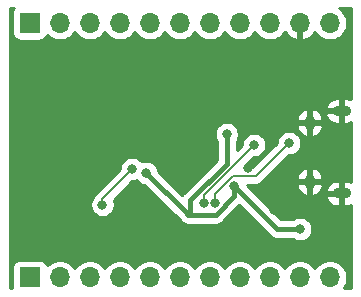
<source format=gbr>
%TF.GenerationSoftware,KiCad,Pcbnew,5.1.7-a382d34a8~87~ubuntu20.04.1*%
%TF.CreationDate,2020-11-25T21:12:42+01:00*%
%TF.ProjectId,gd32f150,67643332-6631-4353-902e-6b696361645f,rev?*%
%TF.SameCoordinates,Original*%
%TF.FileFunction,Copper,L2,Bot*%
%TF.FilePolarity,Positive*%
%FSLAX46Y46*%
G04 Gerber Fmt 4.6, Leading zero omitted, Abs format (unit mm)*
G04 Created by KiCad (PCBNEW 5.1.7-a382d34a8~87~ubuntu20.04.1) date 2020-11-25 21:12:42*
%MOMM*%
%LPD*%
G01*
G04 APERTURE LIST*
%TA.AperFunction,ComponentPad*%
%ADD10O,1.700000X1.700000*%
%TD*%
%TA.AperFunction,ComponentPad*%
%ADD11R,1.700000X1.700000*%
%TD*%
%TA.AperFunction,ComponentPad*%
%ADD12O,1.550000X0.890000*%
%TD*%
%TA.AperFunction,ComponentPad*%
%ADD13O,0.950000X1.250000*%
%TD*%
%TA.AperFunction,ViaPad*%
%ADD14C,0.800000*%
%TD*%
%TA.AperFunction,Conductor*%
%ADD15C,0.200000*%
%TD*%
%TA.AperFunction,Conductor*%
%ADD16C,0.400000*%
%TD*%
%TA.AperFunction,Conductor*%
%ADD17C,0.254000*%
%TD*%
%TA.AperFunction,Conductor*%
%ADD18C,0.100000*%
%TD*%
G04 APERTURE END LIST*
D10*
%TO.P,J4,11*%
%TO.N,+5V*%
X168725000Y-84350000D03*
%TO.P,J4,10*%
%TO.N,GND*%
X166185000Y-84350000D03*
%TO.P,J4,9*%
%TO.N,/SWD*%
X163645000Y-84350000D03*
%TO.P,J4,8*%
%TO.N,/SWCLK*%
X161105000Y-84350000D03*
%TO.P,J4,7*%
%TO.N,/CS*%
X158565000Y-84350000D03*
%TO.P,J4,6*%
%TO.N,/SCK*%
X156025000Y-84350000D03*
%TO.P,J4,5*%
%TO.N,/MISO*%
X153485000Y-84350000D03*
%TO.P,J4,4*%
%TO.N,/MOSI*%
X150945000Y-84350000D03*
%TO.P,J4,3*%
%TO.N,/SPI_GPIO1*%
X148405000Y-84350000D03*
%TO.P,J4,2*%
%TO.N,/SPI_GPIO2*%
X145865000Y-84350000D03*
D11*
%TO.P,J4,1*%
%TO.N,/BOOT*%
X143325000Y-84350000D03*
%TD*%
D10*
%TO.P,J3,11*%
%TO.N,/SDA*%
X168725000Y-105900000D03*
%TO.P,J3,10*%
%TO.N,/SCL*%
X166185000Y-105900000D03*
%TO.P,J3,9*%
%TO.N,/SPI_GPIO4*%
X163645000Y-105900000D03*
%TO.P,J3,8*%
%TO.N,/SPI_GPIO3*%
X161105000Y-105900000D03*
%TO.P,J3,7*%
%TO.N,/I2C_GPIO2*%
X158565000Y-105900000D03*
%TO.P,J3,6*%
%TO.N,/I2C_GPIO1*%
X156025000Y-105900000D03*
%TO.P,J3,5*%
%TO.N,/UART_RX*%
X153485000Y-105900000D03*
%TO.P,J3,4*%
%TO.N,/UART_TX*%
X150945000Y-105900000D03*
%TO.P,J3,3*%
%TO.N,/UART_RTS*%
X148405000Y-105900000D03*
%TO.P,J3,2*%
%TO.N,/UART_CTS*%
X145865000Y-105900000D03*
D11*
%TO.P,J3,1*%
%TO.N,/NRST*%
X143325000Y-105900000D03*
%TD*%
D12*
%TO.P,J1,6*%
%TO.N,GND*%
X169727400Y-91790320D03*
X169727400Y-98790320D03*
D13*
X167027400Y-92790320D03*
X167027400Y-97790320D03*
%TD*%
D14*
%TO.N,GND*%
X157475000Y-96925000D03*
X156150000Y-96875000D03*
X157425000Y-95650000D03*
X156100000Y-95675000D03*
%TO.N,+3V3*%
X166225000Y-101800000D03*
%TO.N,GND*%
X161775000Y-96675000D03*
X163975000Y-100150000D03*
X160675000Y-102700000D03*
X149925000Y-90050000D03*
X146175000Y-95800000D03*
X147525000Y-96950000D03*
X147500000Y-98475000D03*
X164700000Y-87200000D03*
X163075000Y-87175000D03*
X161325000Y-87250000D03*
X144650000Y-94250000D03*
X169700000Y-101450000D03*
%TO.N,/NRST*%
X149475000Y-99750000D03*
X152000000Y-96725000D03*
%TO.N,+3V3*%
X160000000Y-93775000D03*
X160625000Y-98175000D03*
X153187500Y-97037500D03*
%TO.N,/USR1*%
X159025663Y-99575669D03*
X165275000Y-94525000D03*
%TO.N,/USR2*%
X158075741Y-99562571D03*
X162325000Y-94700000D03*
%TD*%
D15*
%TO.N,GND*%
X163774998Y-94675002D02*
X163774998Y-94337998D01*
X161775000Y-96675000D02*
X163774998Y-94675002D01*
X163774998Y-94337998D02*
X165322676Y-92790320D01*
X165322676Y-92790320D02*
X167027400Y-92790320D01*
D16*
%TO.N,+3V3*%
X164250000Y-101800000D02*
X160625000Y-98175000D01*
X166225000Y-101800000D02*
X164250000Y-101800000D01*
X156425007Y-100275007D02*
X153187500Y-97037500D01*
D15*
X156425007Y-100275007D02*
X156924993Y-100275007D01*
D16*
X160000000Y-96300000D02*
X160000000Y-93775000D01*
X156925000Y-99375000D02*
X160000000Y-96300000D01*
X156925000Y-100275000D02*
X156925000Y-99375000D01*
X156924993Y-100275007D02*
X156925000Y-100275000D01*
X156750000Y-100600000D02*
X156425007Y-100275007D01*
X160625000Y-99037008D02*
X159062008Y-100600000D01*
X160625000Y-98175000D02*
X160625000Y-99037008D01*
X159062008Y-100600000D02*
X156750000Y-100600000D01*
D15*
%TO.N,/NRST*%
X149475000Y-99250000D02*
X149475000Y-99750000D01*
X152000000Y-96725000D02*
X149475000Y-99250000D01*
%TO.N,/USR1*%
X159025663Y-98824337D02*
X160524999Y-97325001D01*
X159025663Y-99575669D02*
X159025663Y-98824337D01*
X162474999Y-97325001D02*
X165275000Y-94525000D01*
X160524999Y-97325001D02*
X162474999Y-97325001D01*
%TO.N,/USR2*%
X158075741Y-99562571D02*
X158075741Y-98949259D01*
X158075741Y-98949259D02*
X162325000Y-94700000D01*
%TD*%
D17*
%TO.N,GND*%
X141944463Y-83145506D02*
X141885498Y-83255820D01*
X141849188Y-83375518D01*
X141836928Y-83500000D01*
X141836928Y-85200000D01*
X141849188Y-85324482D01*
X141885498Y-85444180D01*
X141944463Y-85554494D01*
X142023815Y-85651185D01*
X142120506Y-85730537D01*
X142230820Y-85789502D01*
X142350518Y-85825812D01*
X142475000Y-85838072D01*
X144175000Y-85838072D01*
X144299482Y-85825812D01*
X144419180Y-85789502D01*
X144529494Y-85730537D01*
X144626185Y-85651185D01*
X144705537Y-85554494D01*
X144764502Y-85444180D01*
X144786513Y-85371620D01*
X144918368Y-85503475D01*
X145161589Y-85665990D01*
X145431842Y-85777932D01*
X145718740Y-85835000D01*
X146011260Y-85835000D01*
X146298158Y-85777932D01*
X146568411Y-85665990D01*
X146811632Y-85503475D01*
X147018475Y-85296632D01*
X147135000Y-85122240D01*
X147251525Y-85296632D01*
X147458368Y-85503475D01*
X147701589Y-85665990D01*
X147971842Y-85777932D01*
X148258740Y-85835000D01*
X148551260Y-85835000D01*
X148838158Y-85777932D01*
X149108411Y-85665990D01*
X149351632Y-85503475D01*
X149558475Y-85296632D01*
X149675000Y-85122240D01*
X149791525Y-85296632D01*
X149998368Y-85503475D01*
X150241589Y-85665990D01*
X150511842Y-85777932D01*
X150798740Y-85835000D01*
X151091260Y-85835000D01*
X151378158Y-85777932D01*
X151648411Y-85665990D01*
X151891632Y-85503475D01*
X152098475Y-85296632D01*
X152215000Y-85122240D01*
X152331525Y-85296632D01*
X152538368Y-85503475D01*
X152781589Y-85665990D01*
X153051842Y-85777932D01*
X153338740Y-85835000D01*
X153631260Y-85835000D01*
X153918158Y-85777932D01*
X154188411Y-85665990D01*
X154431632Y-85503475D01*
X154638475Y-85296632D01*
X154755000Y-85122240D01*
X154871525Y-85296632D01*
X155078368Y-85503475D01*
X155321589Y-85665990D01*
X155591842Y-85777932D01*
X155878740Y-85835000D01*
X156171260Y-85835000D01*
X156458158Y-85777932D01*
X156728411Y-85665990D01*
X156971632Y-85503475D01*
X157178475Y-85296632D01*
X157295000Y-85122240D01*
X157411525Y-85296632D01*
X157618368Y-85503475D01*
X157861589Y-85665990D01*
X158131842Y-85777932D01*
X158418740Y-85835000D01*
X158711260Y-85835000D01*
X158998158Y-85777932D01*
X159268411Y-85665990D01*
X159511632Y-85503475D01*
X159718475Y-85296632D01*
X159835000Y-85122240D01*
X159951525Y-85296632D01*
X160158368Y-85503475D01*
X160401589Y-85665990D01*
X160671842Y-85777932D01*
X160958740Y-85835000D01*
X161251260Y-85835000D01*
X161538158Y-85777932D01*
X161808411Y-85665990D01*
X162051632Y-85503475D01*
X162258475Y-85296632D01*
X162375000Y-85122240D01*
X162491525Y-85296632D01*
X162698368Y-85503475D01*
X162941589Y-85665990D01*
X163211842Y-85777932D01*
X163498740Y-85835000D01*
X163791260Y-85835000D01*
X164078158Y-85777932D01*
X164348411Y-85665990D01*
X164591632Y-85503475D01*
X164798475Y-85296632D01*
X164920195Y-85114466D01*
X164989822Y-85231355D01*
X165184731Y-85447588D01*
X165418080Y-85621641D01*
X165680901Y-85746825D01*
X165828110Y-85791476D01*
X166058000Y-85670155D01*
X166058000Y-84477000D01*
X166038000Y-84477000D01*
X166038000Y-84223000D01*
X166058000Y-84223000D01*
X166058000Y-84203000D01*
X166312000Y-84203000D01*
X166312000Y-84223000D01*
X166332000Y-84223000D01*
X166332000Y-84477000D01*
X166312000Y-84477000D01*
X166312000Y-85670155D01*
X166541890Y-85791476D01*
X166689099Y-85746825D01*
X166951920Y-85621641D01*
X167185269Y-85447588D01*
X167380178Y-85231355D01*
X167449805Y-85114466D01*
X167571525Y-85296632D01*
X167778368Y-85503475D01*
X168021589Y-85665990D01*
X168291842Y-85777932D01*
X168578740Y-85835000D01*
X168871260Y-85835000D01*
X169158158Y-85777932D01*
X169428411Y-85665990D01*
X169671632Y-85503475D01*
X169878475Y-85296632D01*
X170040990Y-85053411D01*
X170152932Y-84783158D01*
X170210000Y-84496260D01*
X170210000Y-84203740D01*
X170152932Y-83916842D01*
X170040990Y-83646589D01*
X169878475Y-83403368D01*
X169671632Y-83196525D01*
X169528339Y-83100780D01*
X170553647Y-83100780D01*
X170552080Y-90825437D01*
X170392657Y-90755848D01*
X170184400Y-90710320D01*
X169854400Y-90710320D01*
X169854400Y-91663320D01*
X169874400Y-91663320D01*
X169874400Y-91917320D01*
X169854400Y-91917320D01*
X169854400Y-92870320D01*
X170184400Y-92870320D01*
X170392657Y-92824792D01*
X170551688Y-92755374D01*
X170550660Y-97824817D01*
X170392657Y-97755848D01*
X170184400Y-97710320D01*
X169854400Y-97710320D01*
X169854400Y-98663320D01*
X169874400Y-98663320D01*
X169874400Y-98917320D01*
X169854400Y-98917320D01*
X169854400Y-99870320D01*
X170184400Y-99870320D01*
X170392657Y-99824792D01*
X170550269Y-99755994D01*
X170548834Y-106827720D01*
X169891112Y-106827720D01*
X170040990Y-106603411D01*
X170152932Y-106333158D01*
X170210000Y-106046260D01*
X170210000Y-105753740D01*
X170152932Y-105466842D01*
X170040990Y-105196589D01*
X169878475Y-104953368D01*
X169671632Y-104746525D01*
X169428411Y-104584010D01*
X169158158Y-104472068D01*
X168871260Y-104415000D01*
X168578740Y-104415000D01*
X168291842Y-104472068D01*
X168021589Y-104584010D01*
X167778368Y-104746525D01*
X167571525Y-104953368D01*
X167455000Y-105127760D01*
X167338475Y-104953368D01*
X167131632Y-104746525D01*
X166888411Y-104584010D01*
X166618158Y-104472068D01*
X166331260Y-104415000D01*
X166038740Y-104415000D01*
X165751842Y-104472068D01*
X165481589Y-104584010D01*
X165238368Y-104746525D01*
X165031525Y-104953368D01*
X164915000Y-105127760D01*
X164798475Y-104953368D01*
X164591632Y-104746525D01*
X164348411Y-104584010D01*
X164078158Y-104472068D01*
X163791260Y-104415000D01*
X163498740Y-104415000D01*
X163211842Y-104472068D01*
X162941589Y-104584010D01*
X162698368Y-104746525D01*
X162491525Y-104953368D01*
X162375000Y-105127760D01*
X162258475Y-104953368D01*
X162051632Y-104746525D01*
X161808411Y-104584010D01*
X161538158Y-104472068D01*
X161251260Y-104415000D01*
X160958740Y-104415000D01*
X160671842Y-104472068D01*
X160401589Y-104584010D01*
X160158368Y-104746525D01*
X159951525Y-104953368D01*
X159835000Y-105127760D01*
X159718475Y-104953368D01*
X159511632Y-104746525D01*
X159268411Y-104584010D01*
X158998158Y-104472068D01*
X158711260Y-104415000D01*
X158418740Y-104415000D01*
X158131842Y-104472068D01*
X157861589Y-104584010D01*
X157618368Y-104746525D01*
X157411525Y-104953368D01*
X157295000Y-105127760D01*
X157178475Y-104953368D01*
X156971632Y-104746525D01*
X156728411Y-104584010D01*
X156458158Y-104472068D01*
X156171260Y-104415000D01*
X155878740Y-104415000D01*
X155591842Y-104472068D01*
X155321589Y-104584010D01*
X155078368Y-104746525D01*
X154871525Y-104953368D01*
X154755000Y-105127760D01*
X154638475Y-104953368D01*
X154431632Y-104746525D01*
X154188411Y-104584010D01*
X153918158Y-104472068D01*
X153631260Y-104415000D01*
X153338740Y-104415000D01*
X153051842Y-104472068D01*
X152781589Y-104584010D01*
X152538368Y-104746525D01*
X152331525Y-104953368D01*
X152215000Y-105127760D01*
X152098475Y-104953368D01*
X151891632Y-104746525D01*
X151648411Y-104584010D01*
X151378158Y-104472068D01*
X151091260Y-104415000D01*
X150798740Y-104415000D01*
X150511842Y-104472068D01*
X150241589Y-104584010D01*
X149998368Y-104746525D01*
X149791525Y-104953368D01*
X149675000Y-105127760D01*
X149558475Y-104953368D01*
X149351632Y-104746525D01*
X149108411Y-104584010D01*
X148838158Y-104472068D01*
X148551260Y-104415000D01*
X148258740Y-104415000D01*
X147971842Y-104472068D01*
X147701589Y-104584010D01*
X147458368Y-104746525D01*
X147251525Y-104953368D01*
X147135000Y-105127760D01*
X147018475Y-104953368D01*
X146811632Y-104746525D01*
X146568411Y-104584010D01*
X146298158Y-104472068D01*
X146011260Y-104415000D01*
X145718740Y-104415000D01*
X145431842Y-104472068D01*
X145161589Y-104584010D01*
X144918368Y-104746525D01*
X144786513Y-104878380D01*
X144764502Y-104805820D01*
X144705537Y-104695506D01*
X144626185Y-104598815D01*
X144529494Y-104519463D01*
X144419180Y-104460498D01*
X144299482Y-104424188D01*
X144175000Y-104411928D01*
X142475000Y-104411928D01*
X142350518Y-104424188D01*
X142230820Y-104460498D01*
X142120506Y-104519463D01*
X142023815Y-104598815D01*
X141944463Y-104695506D01*
X141885498Y-104805820D01*
X141849188Y-104925518D01*
X141836928Y-105050000D01*
X141836928Y-106750000D01*
X141844582Y-106827720D01*
X141660000Y-106827720D01*
X141660000Y-99648061D01*
X148440000Y-99648061D01*
X148440000Y-99851939D01*
X148479774Y-100051898D01*
X148557795Y-100240256D01*
X148671063Y-100409774D01*
X148815226Y-100553937D01*
X148984744Y-100667205D01*
X149173102Y-100745226D01*
X149373061Y-100785000D01*
X149576939Y-100785000D01*
X149776898Y-100745226D01*
X149965256Y-100667205D01*
X150134774Y-100553937D01*
X150278937Y-100409774D01*
X150392205Y-100240256D01*
X150470226Y-100051898D01*
X150510000Y-99851939D01*
X150510000Y-99648061D01*
X150470226Y-99448102D01*
X150425155Y-99339291D01*
X152004447Y-97760000D01*
X152101939Y-97760000D01*
X152301898Y-97720226D01*
X152377872Y-97688756D01*
X152383563Y-97697274D01*
X152527726Y-97841437D01*
X152697244Y-97954705D01*
X152885602Y-98032726D01*
X153030725Y-98061593D01*
X155863577Y-100894445D01*
X155863582Y-100894449D01*
X156130558Y-101161426D01*
X156156709Y-101193291D01*
X156283854Y-101297636D01*
X156428913Y-101375172D01*
X156586311Y-101422918D01*
X156708981Y-101435000D01*
X156708982Y-101435000D01*
X156750000Y-101439040D01*
X156791018Y-101435000D01*
X159020990Y-101435000D01*
X159062008Y-101439040D01*
X159103026Y-101435000D01*
X159103027Y-101435000D01*
X159225697Y-101422918D01*
X159383095Y-101375172D01*
X159528154Y-101297636D01*
X159655299Y-101193291D01*
X159681454Y-101161421D01*
X161056004Y-99786872D01*
X163630559Y-102361427D01*
X163656709Y-102393291D01*
X163737719Y-102459774D01*
X163783854Y-102497636D01*
X163928913Y-102575172D01*
X164086311Y-102622918D01*
X164249999Y-102639040D01*
X164291018Y-102635000D01*
X165611715Y-102635000D01*
X165734744Y-102717205D01*
X165923102Y-102795226D01*
X166123061Y-102835000D01*
X166326939Y-102835000D01*
X166526898Y-102795226D01*
X166715256Y-102717205D01*
X166884774Y-102603937D01*
X167028937Y-102459774D01*
X167142205Y-102290256D01*
X167220226Y-102101898D01*
X167260000Y-101901939D01*
X167260000Y-101698061D01*
X167220226Y-101498102D01*
X167142205Y-101309744D01*
X167028937Y-101140226D01*
X166884774Y-100996063D01*
X166715256Y-100882795D01*
X166526898Y-100804774D01*
X166326939Y-100765000D01*
X166123061Y-100765000D01*
X165923102Y-100804774D01*
X165734744Y-100882795D01*
X165611715Y-100965000D01*
X164595868Y-100965000D01*
X162714401Y-99083533D01*
X168357965Y-99083533D01*
X168428854Y-99284740D01*
X168543921Y-99464194D01*
X168691787Y-99617751D01*
X168866769Y-99739510D01*
X169062143Y-99824792D01*
X169270400Y-99870320D01*
X169600400Y-99870320D01*
X169600400Y-98917320D01*
X168484946Y-98917320D01*
X168357965Y-99083533D01*
X162714401Y-99083533D01*
X161722319Y-98091451D01*
X165926170Y-98091451D01*
X165976814Y-98303386D01*
X166067831Y-98501369D01*
X166195724Y-98677791D01*
X166355578Y-98825873D01*
X166541250Y-98939923D01*
X166729462Y-99009588D01*
X166900400Y-98883054D01*
X166900400Y-97917320D01*
X167154400Y-97917320D01*
X167154400Y-98883054D01*
X167325338Y-99009588D01*
X167513550Y-98939923D01*
X167699222Y-98825873D01*
X167859076Y-98677791D01*
X167986969Y-98501369D01*
X167988928Y-98497107D01*
X168357965Y-98497107D01*
X168484946Y-98663320D01*
X169600400Y-98663320D01*
X169600400Y-97710320D01*
X169270400Y-97710320D01*
X169062143Y-97755848D01*
X168866769Y-97841130D01*
X168691787Y-97962889D01*
X168543921Y-98116446D01*
X168428854Y-98295900D01*
X168357965Y-98497107D01*
X167988928Y-98497107D01*
X168077986Y-98303386D01*
X168128630Y-98091451D01*
X167979964Y-97917320D01*
X167154400Y-97917320D01*
X166900400Y-97917320D01*
X166074836Y-97917320D01*
X165926170Y-98091451D01*
X161722319Y-98091451D01*
X161690868Y-98060001D01*
X162438894Y-98060001D01*
X162474999Y-98063557D01*
X162511104Y-98060001D01*
X162619084Y-98049366D01*
X162757632Y-98007338D01*
X162885319Y-97939088D01*
X162997237Y-97847239D01*
X163020258Y-97819188D01*
X163350257Y-97489189D01*
X165926170Y-97489189D01*
X166074836Y-97663320D01*
X166900400Y-97663320D01*
X166900400Y-96697586D01*
X167154400Y-96697586D01*
X167154400Y-97663320D01*
X167979964Y-97663320D01*
X168128630Y-97489189D01*
X168077986Y-97277254D01*
X167986969Y-97079271D01*
X167859076Y-96902849D01*
X167699222Y-96754767D01*
X167513550Y-96640717D01*
X167325338Y-96571052D01*
X167154400Y-96697586D01*
X166900400Y-96697586D01*
X166729462Y-96571052D01*
X166541250Y-96640717D01*
X166355578Y-96754767D01*
X166195724Y-96902849D01*
X166067831Y-97079271D01*
X165976814Y-97277254D01*
X165926170Y-97489189D01*
X163350257Y-97489189D01*
X165279447Y-95560000D01*
X165376939Y-95560000D01*
X165576898Y-95520226D01*
X165765256Y-95442205D01*
X165934774Y-95328937D01*
X166078937Y-95184774D01*
X166192205Y-95015256D01*
X166270226Y-94826898D01*
X166310000Y-94626939D01*
X166310000Y-94423061D01*
X166270226Y-94223102D01*
X166192205Y-94034744D01*
X166078937Y-93865226D01*
X165934774Y-93721063D01*
X165765256Y-93607795D01*
X165576898Y-93529774D01*
X165376939Y-93490000D01*
X165173061Y-93490000D01*
X164973102Y-93529774D01*
X164784744Y-93607795D01*
X164615226Y-93721063D01*
X164471063Y-93865226D01*
X164357795Y-94034744D01*
X164279774Y-94223102D01*
X164240000Y-94423061D01*
X164240000Y-94520553D01*
X162170553Y-96590001D01*
X161474446Y-96590001D01*
X162329447Y-95735000D01*
X162426939Y-95735000D01*
X162626898Y-95695226D01*
X162815256Y-95617205D01*
X162984774Y-95503937D01*
X163128937Y-95359774D01*
X163242205Y-95190256D01*
X163320226Y-95001898D01*
X163360000Y-94801939D01*
X163360000Y-94598061D01*
X163320226Y-94398102D01*
X163242205Y-94209744D01*
X163128937Y-94040226D01*
X162984774Y-93896063D01*
X162815256Y-93782795D01*
X162626898Y-93704774D01*
X162426939Y-93665000D01*
X162223061Y-93665000D01*
X162023102Y-93704774D01*
X161834744Y-93782795D01*
X161665226Y-93896063D01*
X161521063Y-94040226D01*
X161407795Y-94209744D01*
X161329774Y-94398102D01*
X161290000Y-94598061D01*
X161290000Y-94695553D01*
X160835000Y-95150553D01*
X160835000Y-94388285D01*
X160917205Y-94265256D01*
X160995226Y-94076898D01*
X161035000Y-93876939D01*
X161035000Y-93673061D01*
X160995226Y-93473102D01*
X160917205Y-93284744D01*
X160803937Y-93115226D01*
X160780162Y-93091451D01*
X165926170Y-93091451D01*
X165976814Y-93303386D01*
X166067831Y-93501369D01*
X166195724Y-93677791D01*
X166355578Y-93825873D01*
X166541250Y-93939923D01*
X166729462Y-94009588D01*
X166900400Y-93883054D01*
X166900400Y-92917320D01*
X167154400Y-92917320D01*
X167154400Y-93883054D01*
X167325338Y-94009588D01*
X167513550Y-93939923D01*
X167699222Y-93825873D01*
X167859076Y-93677791D01*
X167986969Y-93501369D01*
X168077986Y-93303386D01*
X168128630Y-93091451D01*
X167979964Y-92917320D01*
X167154400Y-92917320D01*
X166900400Y-92917320D01*
X166074836Y-92917320D01*
X165926170Y-93091451D01*
X160780162Y-93091451D01*
X160659774Y-92971063D01*
X160490256Y-92857795D01*
X160301898Y-92779774D01*
X160101939Y-92740000D01*
X159898061Y-92740000D01*
X159698102Y-92779774D01*
X159509744Y-92857795D01*
X159340226Y-92971063D01*
X159196063Y-93115226D01*
X159082795Y-93284744D01*
X159004774Y-93473102D01*
X158965000Y-93673061D01*
X158965000Y-93876939D01*
X159004774Y-94076898D01*
X159082795Y-94265256D01*
X159165001Y-94388286D01*
X159165000Y-95954131D01*
X156363574Y-98755559D01*
X156331710Y-98781709D01*
X156295466Y-98825873D01*
X156232935Y-98902067D01*
X154211593Y-96880725D01*
X154182726Y-96735602D01*
X154104705Y-96547244D01*
X153991437Y-96377726D01*
X153847274Y-96233563D01*
X153677756Y-96120295D01*
X153489398Y-96042274D01*
X153289439Y-96002500D01*
X153085561Y-96002500D01*
X152885602Y-96042274D01*
X152809628Y-96073744D01*
X152803937Y-96065226D01*
X152659774Y-95921063D01*
X152490256Y-95807795D01*
X152301898Y-95729774D01*
X152101939Y-95690000D01*
X151898061Y-95690000D01*
X151698102Y-95729774D01*
X151509744Y-95807795D01*
X151340226Y-95921063D01*
X151196063Y-96065226D01*
X151082795Y-96234744D01*
X151004774Y-96423102D01*
X150965000Y-96623061D01*
X150965000Y-96720553D01*
X148980808Y-98704746D01*
X148952762Y-98727763D01*
X148860913Y-98839681D01*
X148792663Y-98967368D01*
X148792115Y-98969174D01*
X148671063Y-99090226D01*
X148557795Y-99259744D01*
X148479774Y-99448102D01*
X148440000Y-99648061D01*
X141660000Y-99648061D01*
X141660000Y-92489189D01*
X165926170Y-92489189D01*
X166074836Y-92663320D01*
X166900400Y-92663320D01*
X166900400Y-91697586D01*
X167154400Y-91697586D01*
X167154400Y-92663320D01*
X167979964Y-92663320D01*
X168128630Y-92489189D01*
X168077986Y-92277254D01*
X167988929Y-92083533D01*
X168357965Y-92083533D01*
X168428854Y-92284740D01*
X168543921Y-92464194D01*
X168691787Y-92617751D01*
X168866769Y-92739510D01*
X169062143Y-92824792D01*
X169270400Y-92870320D01*
X169600400Y-92870320D01*
X169600400Y-91917320D01*
X168484946Y-91917320D01*
X168357965Y-92083533D01*
X167988929Y-92083533D01*
X167986969Y-92079271D01*
X167859076Y-91902849D01*
X167699222Y-91754767D01*
X167513550Y-91640717D01*
X167325338Y-91571052D01*
X167154400Y-91697586D01*
X166900400Y-91697586D01*
X166729462Y-91571052D01*
X166541250Y-91640717D01*
X166355578Y-91754767D01*
X166195724Y-91902849D01*
X166067831Y-92079271D01*
X165976814Y-92277254D01*
X165926170Y-92489189D01*
X141660000Y-92489189D01*
X141660000Y-91497107D01*
X168357965Y-91497107D01*
X168484946Y-91663320D01*
X169600400Y-91663320D01*
X169600400Y-90710320D01*
X169270400Y-90710320D01*
X169062143Y-90755848D01*
X168866769Y-90841130D01*
X168691787Y-90962889D01*
X168543921Y-91116446D01*
X168428854Y-91295900D01*
X168357965Y-91497107D01*
X141660000Y-91497107D01*
X141660000Y-83100780D01*
X141981169Y-83100780D01*
X141944463Y-83145506D01*
%TA.AperFunction,Conductor*%
D18*
G36*
X141944463Y-83145506D02*
G01*
X141885498Y-83255820D01*
X141849188Y-83375518D01*
X141836928Y-83500000D01*
X141836928Y-85200000D01*
X141849188Y-85324482D01*
X141885498Y-85444180D01*
X141944463Y-85554494D01*
X142023815Y-85651185D01*
X142120506Y-85730537D01*
X142230820Y-85789502D01*
X142350518Y-85825812D01*
X142475000Y-85838072D01*
X144175000Y-85838072D01*
X144299482Y-85825812D01*
X144419180Y-85789502D01*
X144529494Y-85730537D01*
X144626185Y-85651185D01*
X144705537Y-85554494D01*
X144764502Y-85444180D01*
X144786513Y-85371620D01*
X144918368Y-85503475D01*
X145161589Y-85665990D01*
X145431842Y-85777932D01*
X145718740Y-85835000D01*
X146011260Y-85835000D01*
X146298158Y-85777932D01*
X146568411Y-85665990D01*
X146811632Y-85503475D01*
X147018475Y-85296632D01*
X147135000Y-85122240D01*
X147251525Y-85296632D01*
X147458368Y-85503475D01*
X147701589Y-85665990D01*
X147971842Y-85777932D01*
X148258740Y-85835000D01*
X148551260Y-85835000D01*
X148838158Y-85777932D01*
X149108411Y-85665990D01*
X149351632Y-85503475D01*
X149558475Y-85296632D01*
X149675000Y-85122240D01*
X149791525Y-85296632D01*
X149998368Y-85503475D01*
X150241589Y-85665990D01*
X150511842Y-85777932D01*
X150798740Y-85835000D01*
X151091260Y-85835000D01*
X151378158Y-85777932D01*
X151648411Y-85665990D01*
X151891632Y-85503475D01*
X152098475Y-85296632D01*
X152215000Y-85122240D01*
X152331525Y-85296632D01*
X152538368Y-85503475D01*
X152781589Y-85665990D01*
X153051842Y-85777932D01*
X153338740Y-85835000D01*
X153631260Y-85835000D01*
X153918158Y-85777932D01*
X154188411Y-85665990D01*
X154431632Y-85503475D01*
X154638475Y-85296632D01*
X154755000Y-85122240D01*
X154871525Y-85296632D01*
X155078368Y-85503475D01*
X155321589Y-85665990D01*
X155591842Y-85777932D01*
X155878740Y-85835000D01*
X156171260Y-85835000D01*
X156458158Y-85777932D01*
X156728411Y-85665990D01*
X156971632Y-85503475D01*
X157178475Y-85296632D01*
X157295000Y-85122240D01*
X157411525Y-85296632D01*
X157618368Y-85503475D01*
X157861589Y-85665990D01*
X158131842Y-85777932D01*
X158418740Y-85835000D01*
X158711260Y-85835000D01*
X158998158Y-85777932D01*
X159268411Y-85665990D01*
X159511632Y-85503475D01*
X159718475Y-85296632D01*
X159835000Y-85122240D01*
X159951525Y-85296632D01*
X160158368Y-85503475D01*
X160401589Y-85665990D01*
X160671842Y-85777932D01*
X160958740Y-85835000D01*
X161251260Y-85835000D01*
X161538158Y-85777932D01*
X161808411Y-85665990D01*
X162051632Y-85503475D01*
X162258475Y-85296632D01*
X162375000Y-85122240D01*
X162491525Y-85296632D01*
X162698368Y-85503475D01*
X162941589Y-85665990D01*
X163211842Y-85777932D01*
X163498740Y-85835000D01*
X163791260Y-85835000D01*
X164078158Y-85777932D01*
X164348411Y-85665990D01*
X164591632Y-85503475D01*
X164798475Y-85296632D01*
X164920195Y-85114466D01*
X164989822Y-85231355D01*
X165184731Y-85447588D01*
X165418080Y-85621641D01*
X165680901Y-85746825D01*
X165828110Y-85791476D01*
X166058000Y-85670155D01*
X166058000Y-84477000D01*
X166038000Y-84477000D01*
X166038000Y-84223000D01*
X166058000Y-84223000D01*
X166058000Y-84203000D01*
X166312000Y-84203000D01*
X166312000Y-84223000D01*
X166332000Y-84223000D01*
X166332000Y-84477000D01*
X166312000Y-84477000D01*
X166312000Y-85670155D01*
X166541890Y-85791476D01*
X166689099Y-85746825D01*
X166951920Y-85621641D01*
X167185269Y-85447588D01*
X167380178Y-85231355D01*
X167449805Y-85114466D01*
X167571525Y-85296632D01*
X167778368Y-85503475D01*
X168021589Y-85665990D01*
X168291842Y-85777932D01*
X168578740Y-85835000D01*
X168871260Y-85835000D01*
X169158158Y-85777932D01*
X169428411Y-85665990D01*
X169671632Y-85503475D01*
X169878475Y-85296632D01*
X170040990Y-85053411D01*
X170152932Y-84783158D01*
X170210000Y-84496260D01*
X170210000Y-84203740D01*
X170152932Y-83916842D01*
X170040990Y-83646589D01*
X169878475Y-83403368D01*
X169671632Y-83196525D01*
X169528339Y-83100780D01*
X170553647Y-83100780D01*
X170552080Y-90825437D01*
X170392657Y-90755848D01*
X170184400Y-90710320D01*
X169854400Y-90710320D01*
X169854400Y-91663320D01*
X169874400Y-91663320D01*
X169874400Y-91917320D01*
X169854400Y-91917320D01*
X169854400Y-92870320D01*
X170184400Y-92870320D01*
X170392657Y-92824792D01*
X170551688Y-92755374D01*
X170550660Y-97824817D01*
X170392657Y-97755848D01*
X170184400Y-97710320D01*
X169854400Y-97710320D01*
X169854400Y-98663320D01*
X169874400Y-98663320D01*
X169874400Y-98917320D01*
X169854400Y-98917320D01*
X169854400Y-99870320D01*
X170184400Y-99870320D01*
X170392657Y-99824792D01*
X170550269Y-99755994D01*
X170548834Y-106827720D01*
X169891112Y-106827720D01*
X170040990Y-106603411D01*
X170152932Y-106333158D01*
X170210000Y-106046260D01*
X170210000Y-105753740D01*
X170152932Y-105466842D01*
X170040990Y-105196589D01*
X169878475Y-104953368D01*
X169671632Y-104746525D01*
X169428411Y-104584010D01*
X169158158Y-104472068D01*
X168871260Y-104415000D01*
X168578740Y-104415000D01*
X168291842Y-104472068D01*
X168021589Y-104584010D01*
X167778368Y-104746525D01*
X167571525Y-104953368D01*
X167455000Y-105127760D01*
X167338475Y-104953368D01*
X167131632Y-104746525D01*
X166888411Y-104584010D01*
X166618158Y-104472068D01*
X166331260Y-104415000D01*
X166038740Y-104415000D01*
X165751842Y-104472068D01*
X165481589Y-104584010D01*
X165238368Y-104746525D01*
X165031525Y-104953368D01*
X164915000Y-105127760D01*
X164798475Y-104953368D01*
X164591632Y-104746525D01*
X164348411Y-104584010D01*
X164078158Y-104472068D01*
X163791260Y-104415000D01*
X163498740Y-104415000D01*
X163211842Y-104472068D01*
X162941589Y-104584010D01*
X162698368Y-104746525D01*
X162491525Y-104953368D01*
X162375000Y-105127760D01*
X162258475Y-104953368D01*
X162051632Y-104746525D01*
X161808411Y-104584010D01*
X161538158Y-104472068D01*
X161251260Y-104415000D01*
X160958740Y-104415000D01*
X160671842Y-104472068D01*
X160401589Y-104584010D01*
X160158368Y-104746525D01*
X159951525Y-104953368D01*
X159835000Y-105127760D01*
X159718475Y-104953368D01*
X159511632Y-104746525D01*
X159268411Y-104584010D01*
X158998158Y-104472068D01*
X158711260Y-104415000D01*
X158418740Y-104415000D01*
X158131842Y-104472068D01*
X157861589Y-104584010D01*
X157618368Y-104746525D01*
X157411525Y-104953368D01*
X157295000Y-105127760D01*
X157178475Y-104953368D01*
X156971632Y-104746525D01*
X156728411Y-104584010D01*
X156458158Y-104472068D01*
X156171260Y-104415000D01*
X155878740Y-104415000D01*
X155591842Y-104472068D01*
X155321589Y-104584010D01*
X155078368Y-104746525D01*
X154871525Y-104953368D01*
X154755000Y-105127760D01*
X154638475Y-104953368D01*
X154431632Y-104746525D01*
X154188411Y-104584010D01*
X153918158Y-104472068D01*
X153631260Y-104415000D01*
X153338740Y-104415000D01*
X153051842Y-104472068D01*
X152781589Y-104584010D01*
X152538368Y-104746525D01*
X152331525Y-104953368D01*
X152215000Y-105127760D01*
X152098475Y-104953368D01*
X151891632Y-104746525D01*
X151648411Y-104584010D01*
X151378158Y-104472068D01*
X151091260Y-104415000D01*
X150798740Y-104415000D01*
X150511842Y-104472068D01*
X150241589Y-104584010D01*
X149998368Y-104746525D01*
X149791525Y-104953368D01*
X149675000Y-105127760D01*
X149558475Y-104953368D01*
X149351632Y-104746525D01*
X149108411Y-104584010D01*
X148838158Y-104472068D01*
X148551260Y-104415000D01*
X148258740Y-104415000D01*
X147971842Y-104472068D01*
X147701589Y-104584010D01*
X147458368Y-104746525D01*
X147251525Y-104953368D01*
X147135000Y-105127760D01*
X147018475Y-104953368D01*
X146811632Y-104746525D01*
X146568411Y-104584010D01*
X146298158Y-104472068D01*
X146011260Y-104415000D01*
X145718740Y-104415000D01*
X145431842Y-104472068D01*
X145161589Y-104584010D01*
X144918368Y-104746525D01*
X144786513Y-104878380D01*
X144764502Y-104805820D01*
X144705537Y-104695506D01*
X144626185Y-104598815D01*
X144529494Y-104519463D01*
X144419180Y-104460498D01*
X144299482Y-104424188D01*
X144175000Y-104411928D01*
X142475000Y-104411928D01*
X142350518Y-104424188D01*
X142230820Y-104460498D01*
X142120506Y-104519463D01*
X142023815Y-104598815D01*
X141944463Y-104695506D01*
X141885498Y-104805820D01*
X141849188Y-104925518D01*
X141836928Y-105050000D01*
X141836928Y-106750000D01*
X141844582Y-106827720D01*
X141660000Y-106827720D01*
X141660000Y-99648061D01*
X148440000Y-99648061D01*
X148440000Y-99851939D01*
X148479774Y-100051898D01*
X148557795Y-100240256D01*
X148671063Y-100409774D01*
X148815226Y-100553937D01*
X148984744Y-100667205D01*
X149173102Y-100745226D01*
X149373061Y-100785000D01*
X149576939Y-100785000D01*
X149776898Y-100745226D01*
X149965256Y-100667205D01*
X150134774Y-100553937D01*
X150278937Y-100409774D01*
X150392205Y-100240256D01*
X150470226Y-100051898D01*
X150510000Y-99851939D01*
X150510000Y-99648061D01*
X150470226Y-99448102D01*
X150425155Y-99339291D01*
X152004447Y-97760000D01*
X152101939Y-97760000D01*
X152301898Y-97720226D01*
X152377872Y-97688756D01*
X152383563Y-97697274D01*
X152527726Y-97841437D01*
X152697244Y-97954705D01*
X152885602Y-98032726D01*
X153030725Y-98061593D01*
X155863577Y-100894445D01*
X155863582Y-100894449D01*
X156130558Y-101161426D01*
X156156709Y-101193291D01*
X156283854Y-101297636D01*
X156428913Y-101375172D01*
X156586311Y-101422918D01*
X156708981Y-101435000D01*
X156708982Y-101435000D01*
X156750000Y-101439040D01*
X156791018Y-101435000D01*
X159020990Y-101435000D01*
X159062008Y-101439040D01*
X159103026Y-101435000D01*
X159103027Y-101435000D01*
X159225697Y-101422918D01*
X159383095Y-101375172D01*
X159528154Y-101297636D01*
X159655299Y-101193291D01*
X159681454Y-101161421D01*
X161056004Y-99786872D01*
X163630559Y-102361427D01*
X163656709Y-102393291D01*
X163737719Y-102459774D01*
X163783854Y-102497636D01*
X163928913Y-102575172D01*
X164086311Y-102622918D01*
X164249999Y-102639040D01*
X164291018Y-102635000D01*
X165611715Y-102635000D01*
X165734744Y-102717205D01*
X165923102Y-102795226D01*
X166123061Y-102835000D01*
X166326939Y-102835000D01*
X166526898Y-102795226D01*
X166715256Y-102717205D01*
X166884774Y-102603937D01*
X167028937Y-102459774D01*
X167142205Y-102290256D01*
X167220226Y-102101898D01*
X167260000Y-101901939D01*
X167260000Y-101698061D01*
X167220226Y-101498102D01*
X167142205Y-101309744D01*
X167028937Y-101140226D01*
X166884774Y-100996063D01*
X166715256Y-100882795D01*
X166526898Y-100804774D01*
X166326939Y-100765000D01*
X166123061Y-100765000D01*
X165923102Y-100804774D01*
X165734744Y-100882795D01*
X165611715Y-100965000D01*
X164595868Y-100965000D01*
X162714401Y-99083533D01*
X168357965Y-99083533D01*
X168428854Y-99284740D01*
X168543921Y-99464194D01*
X168691787Y-99617751D01*
X168866769Y-99739510D01*
X169062143Y-99824792D01*
X169270400Y-99870320D01*
X169600400Y-99870320D01*
X169600400Y-98917320D01*
X168484946Y-98917320D01*
X168357965Y-99083533D01*
X162714401Y-99083533D01*
X161722319Y-98091451D01*
X165926170Y-98091451D01*
X165976814Y-98303386D01*
X166067831Y-98501369D01*
X166195724Y-98677791D01*
X166355578Y-98825873D01*
X166541250Y-98939923D01*
X166729462Y-99009588D01*
X166900400Y-98883054D01*
X166900400Y-97917320D01*
X167154400Y-97917320D01*
X167154400Y-98883054D01*
X167325338Y-99009588D01*
X167513550Y-98939923D01*
X167699222Y-98825873D01*
X167859076Y-98677791D01*
X167986969Y-98501369D01*
X167988928Y-98497107D01*
X168357965Y-98497107D01*
X168484946Y-98663320D01*
X169600400Y-98663320D01*
X169600400Y-97710320D01*
X169270400Y-97710320D01*
X169062143Y-97755848D01*
X168866769Y-97841130D01*
X168691787Y-97962889D01*
X168543921Y-98116446D01*
X168428854Y-98295900D01*
X168357965Y-98497107D01*
X167988928Y-98497107D01*
X168077986Y-98303386D01*
X168128630Y-98091451D01*
X167979964Y-97917320D01*
X167154400Y-97917320D01*
X166900400Y-97917320D01*
X166074836Y-97917320D01*
X165926170Y-98091451D01*
X161722319Y-98091451D01*
X161690868Y-98060001D01*
X162438894Y-98060001D01*
X162474999Y-98063557D01*
X162511104Y-98060001D01*
X162619084Y-98049366D01*
X162757632Y-98007338D01*
X162885319Y-97939088D01*
X162997237Y-97847239D01*
X163020258Y-97819188D01*
X163350257Y-97489189D01*
X165926170Y-97489189D01*
X166074836Y-97663320D01*
X166900400Y-97663320D01*
X166900400Y-96697586D01*
X167154400Y-96697586D01*
X167154400Y-97663320D01*
X167979964Y-97663320D01*
X168128630Y-97489189D01*
X168077986Y-97277254D01*
X167986969Y-97079271D01*
X167859076Y-96902849D01*
X167699222Y-96754767D01*
X167513550Y-96640717D01*
X167325338Y-96571052D01*
X167154400Y-96697586D01*
X166900400Y-96697586D01*
X166729462Y-96571052D01*
X166541250Y-96640717D01*
X166355578Y-96754767D01*
X166195724Y-96902849D01*
X166067831Y-97079271D01*
X165976814Y-97277254D01*
X165926170Y-97489189D01*
X163350257Y-97489189D01*
X165279447Y-95560000D01*
X165376939Y-95560000D01*
X165576898Y-95520226D01*
X165765256Y-95442205D01*
X165934774Y-95328937D01*
X166078937Y-95184774D01*
X166192205Y-95015256D01*
X166270226Y-94826898D01*
X166310000Y-94626939D01*
X166310000Y-94423061D01*
X166270226Y-94223102D01*
X166192205Y-94034744D01*
X166078937Y-93865226D01*
X165934774Y-93721063D01*
X165765256Y-93607795D01*
X165576898Y-93529774D01*
X165376939Y-93490000D01*
X165173061Y-93490000D01*
X164973102Y-93529774D01*
X164784744Y-93607795D01*
X164615226Y-93721063D01*
X164471063Y-93865226D01*
X164357795Y-94034744D01*
X164279774Y-94223102D01*
X164240000Y-94423061D01*
X164240000Y-94520553D01*
X162170553Y-96590001D01*
X161474446Y-96590001D01*
X162329447Y-95735000D01*
X162426939Y-95735000D01*
X162626898Y-95695226D01*
X162815256Y-95617205D01*
X162984774Y-95503937D01*
X163128937Y-95359774D01*
X163242205Y-95190256D01*
X163320226Y-95001898D01*
X163360000Y-94801939D01*
X163360000Y-94598061D01*
X163320226Y-94398102D01*
X163242205Y-94209744D01*
X163128937Y-94040226D01*
X162984774Y-93896063D01*
X162815256Y-93782795D01*
X162626898Y-93704774D01*
X162426939Y-93665000D01*
X162223061Y-93665000D01*
X162023102Y-93704774D01*
X161834744Y-93782795D01*
X161665226Y-93896063D01*
X161521063Y-94040226D01*
X161407795Y-94209744D01*
X161329774Y-94398102D01*
X161290000Y-94598061D01*
X161290000Y-94695553D01*
X160835000Y-95150553D01*
X160835000Y-94388285D01*
X160917205Y-94265256D01*
X160995226Y-94076898D01*
X161035000Y-93876939D01*
X161035000Y-93673061D01*
X160995226Y-93473102D01*
X160917205Y-93284744D01*
X160803937Y-93115226D01*
X160780162Y-93091451D01*
X165926170Y-93091451D01*
X165976814Y-93303386D01*
X166067831Y-93501369D01*
X166195724Y-93677791D01*
X166355578Y-93825873D01*
X166541250Y-93939923D01*
X166729462Y-94009588D01*
X166900400Y-93883054D01*
X166900400Y-92917320D01*
X167154400Y-92917320D01*
X167154400Y-93883054D01*
X167325338Y-94009588D01*
X167513550Y-93939923D01*
X167699222Y-93825873D01*
X167859076Y-93677791D01*
X167986969Y-93501369D01*
X168077986Y-93303386D01*
X168128630Y-93091451D01*
X167979964Y-92917320D01*
X167154400Y-92917320D01*
X166900400Y-92917320D01*
X166074836Y-92917320D01*
X165926170Y-93091451D01*
X160780162Y-93091451D01*
X160659774Y-92971063D01*
X160490256Y-92857795D01*
X160301898Y-92779774D01*
X160101939Y-92740000D01*
X159898061Y-92740000D01*
X159698102Y-92779774D01*
X159509744Y-92857795D01*
X159340226Y-92971063D01*
X159196063Y-93115226D01*
X159082795Y-93284744D01*
X159004774Y-93473102D01*
X158965000Y-93673061D01*
X158965000Y-93876939D01*
X159004774Y-94076898D01*
X159082795Y-94265256D01*
X159165001Y-94388286D01*
X159165000Y-95954131D01*
X156363574Y-98755559D01*
X156331710Y-98781709D01*
X156295466Y-98825873D01*
X156232935Y-98902067D01*
X154211593Y-96880725D01*
X154182726Y-96735602D01*
X154104705Y-96547244D01*
X153991437Y-96377726D01*
X153847274Y-96233563D01*
X153677756Y-96120295D01*
X153489398Y-96042274D01*
X153289439Y-96002500D01*
X153085561Y-96002500D01*
X152885602Y-96042274D01*
X152809628Y-96073744D01*
X152803937Y-96065226D01*
X152659774Y-95921063D01*
X152490256Y-95807795D01*
X152301898Y-95729774D01*
X152101939Y-95690000D01*
X151898061Y-95690000D01*
X151698102Y-95729774D01*
X151509744Y-95807795D01*
X151340226Y-95921063D01*
X151196063Y-96065226D01*
X151082795Y-96234744D01*
X151004774Y-96423102D01*
X150965000Y-96623061D01*
X150965000Y-96720553D01*
X148980808Y-98704746D01*
X148952762Y-98727763D01*
X148860913Y-98839681D01*
X148792663Y-98967368D01*
X148792115Y-98969174D01*
X148671063Y-99090226D01*
X148557795Y-99259744D01*
X148479774Y-99448102D01*
X148440000Y-99648061D01*
X141660000Y-99648061D01*
X141660000Y-92489189D01*
X165926170Y-92489189D01*
X166074836Y-92663320D01*
X166900400Y-92663320D01*
X166900400Y-91697586D01*
X167154400Y-91697586D01*
X167154400Y-92663320D01*
X167979964Y-92663320D01*
X168128630Y-92489189D01*
X168077986Y-92277254D01*
X167988929Y-92083533D01*
X168357965Y-92083533D01*
X168428854Y-92284740D01*
X168543921Y-92464194D01*
X168691787Y-92617751D01*
X168866769Y-92739510D01*
X169062143Y-92824792D01*
X169270400Y-92870320D01*
X169600400Y-92870320D01*
X169600400Y-91917320D01*
X168484946Y-91917320D01*
X168357965Y-92083533D01*
X167988929Y-92083533D01*
X167986969Y-92079271D01*
X167859076Y-91902849D01*
X167699222Y-91754767D01*
X167513550Y-91640717D01*
X167325338Y-91571052D01*
X167154400Y-91697586D01*
X166900400Y-91697586D01*
X166729462Y-91571052D01*
X166541250Y-91640717D01*
X166355578Y-91754767D01*
X166195724Y-91902849D01*
X166067831Y-92079271D01*
X165976814Y-92277254D01*
X165926170Y-92489189D01*
X141660000Y-92489189D01*
X141660000Y-91497107D01*
X168357965Y-91497107D01*
X168484946Y-91663320D01*
X169600400Y-91663320D01*
X169600400Y-90710320D01*
X169270400Y-90710320D01*
X169062143Y-90755848D01*
X168866769Y-90841130D01*
X168691787Y-90962889D01*
X168543921Y-91116446D01*
X168428854Y-91295900D01*
X168357965Y-91497107D01*
X141660000Y-91497107D01*
X141660000Y-83100780D01*
X141981169Y-83100780D01*
X141944463Y-83145506D01*
G37*
%TD.AperFunction*%
%TD*%
M02*

</source>
